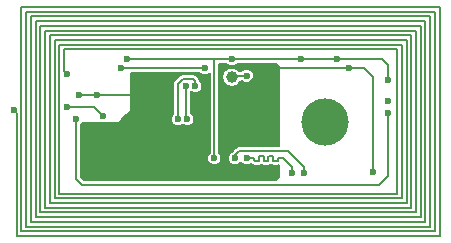
<source format=gbr>
G04 #@! TF.GenerationSoftware,KiCad,Pcbnew,5.1.6-c6e7f7d~86~ubuntu20.04.1*
G04 #@! TF.CreationDate,2020-07-01T18:46:00+05:00*
G04 #@! TF.ProjectId,Main,4d61696e-2e6b-4696-9361-645f70636258,rev?*
G04 #@! TF.SameCoordinates,Original*
G04 #@! TF.FileFunction,Copper,L2,Bot*
G04 #@! TF.FilePolarity,Positive*
%FSLAX46Y46*%
G04 Gerber Fmt 4.6, Leading zero omitted, Abs format (unit mm)*
G04 Created by KiCad (PCBNEW 5.1.6-c6e7f7d~86~ubuntu20.04.1) date 2020-07-01 18:46:00*
%MOMM*%
%LPD*%
G01*
G04 APERTURE LIST*
G04 #@! TA.AperFunction,SMDPad,CuDef*
%ADD10C,4.000000*%
G04 #@! TD*
G04 #@! TA.AperFunction,SMDPad,CuDef*
%ADD11C,1.000000*%
G04 #@! TD*
G04 #@! TA.AperFunction,ViaPad*
%ADD12C,0.600000*%
G04 #@! TD*
G04 #@! TA.AperFunction,Conductor*
%ADD13C,0.200000*%
G04 #@! TD*
G04 APERTURE END LIST*
D10*
X163830000Y-101600000D03*
D11*
X155956000Y-97790000D03*
D12*
X141986000Y-97536000D03*
X137541000Y-100584000D03*
X141986000Y-100330000D03*
X145034000Y-101092000D03*
X156210000Y-101092000D03*
X169164000Y-99822000D03*
X159258000Y-98736012D03*
X143002000Y-99314000D03*
X144526000Y-99314000D03*
X153669984Y-104648000D03*
X143764000Y-105410000D03*
X165861980Y-97028000D03*
X159258026Y-97028006D03*
X149605994Y-97790000D03*
X167894000Y-105788990D03*
X164846000Y-96266000D03*
X169163988Y-98044000D03*
X161798000Y-96266000D03*
X154470027Y-104648000D03*
X147066000Y-96266000D03*
X155956000Y-96266000D03*
X169164000Y-100838000D03*
X142748000Y-101346000D03*
X156210000Y-104648000D03*
X162052000Y-105918000D03*
X157226000Y-104648000D03*
X161036000Y-105917996D03*
X152069994Y-98552000D03*
X152184000Y-101345791D03*
X152869997Y-98552000D03*
X151384000Y-101346000D03*
X146558000Y-97028000D03*
X153670000Y-97028000D03*
X157223365Y-97677427D03*
X163830000Y-101600012D03*
D13*
X137750000Y-100838000D02*
X137550000Y-100638000D01*
X137750000Y-111240000D02*
X137750000Y-100838000D01*
X173550000Y-91840000D02*
X173550000Y-111240000D01*
X138150000Y-91840000D02*
X173550000Y-91840000D01*
X138150000Y-110840000D02*
X138150000Y-91840000D01*
X173150000Y-110840000D02*
X138150000Y-110840000D01*
X173150000Y-92240000D02*
X173150000Y-110840000D01*
X138550000Y-92240000D02*
X173150000Y-92240000D01*
X138550000Y-110440000D02*
X138550000Y-92240000D01*
X172750000Y-110440000D02*
X138550000Y-110440000D01*
X172750000Y-92640000D02*
X172750000Y-110440000D01*
X139750000Y-93440000D02*
X171950000Y-93440000D01*
X139750000Y-109240000D02*
X139750000Y-93440000D01*
X171550000Y-93840000D02*
X171550000Y-109240000D01*
X140950000Y-94640000D02*
X170750000Y-94640000D01*
X139350000Y-93040000D02*
X172350000Y-93040000D01*
X170350000Y-95040000D02*
X170350000Y-108040000D01*
X170750000Y-108440000D02*
X140550000Y-108440000D01*
X172350000Y-110040000D02*
X138950000Y-110040000D01*
X140150000Y-108840000D02*
X140150000Y-93840000D01*
X141350000Y-95040000D02*
X170350000Y-95040000D01*
X170750000Y-94640000D02*
X170750000Y-108440000D01*
X172350000Y-93040000D02*
X172350000Y-110040000D01*
X171150000Y-108840000D02*
X140150000Y-108840000D01*
X141350000Y-107640000D02*
X141350000Y-95040000D01*
X169950000Y-107640000D02*
X141350000Y-107640000D01*
X169950000Y-95440000D02*
X169950000Y-107640000D01*
X141750000Y-95440000D02*
X169950000Y-95440000D01*
X141750000Y-97300000D02*
X141750000Y-95440000D01*
X173550000Y-111240000D02*
X137750000Y-111240000D01*
X141986000Y-97536000D02*
X141750000Y-97300000D01*
X170350000Y-108040000D02*
X140950000Y-108040000D01*
X171950000Y-109640000D02*
X139350000Y-109640000D01*
X171950000Y-93440000D02*
X171950000Y-109640000D01*
X138950000Y-92640000D02*
X172750000Y-92640000D01*
X140550000Y-94240000D02*
X171150000Y-94240000D01*
X171550000Y-109240000D02*
X139750000Y-109240000D01*
X171150000Y-94240000D02*
X171150000Y-108840000D01*
X138950000Y-110040000D02*
X138950000Y-92640000D01*
X140550000Y-108440000D02*
X140550000Y-94240000D01*
X140150000Y-93840000D02*
X171550000Y-93840000D01*
X140950000Y-108040000D02*
X140950000Y-94640000D01*
X139350000Y-109640000D02*
X139350000Y-93040000D01*
X144272000Y-100330000D02*
X145034000Y-101092000D01*
X141986000Y-100330000D02*
X144272000Y-100330000D01*
X159258032Y-97028000D02*
X159258026Y-97028006D01*
X165861980Y-97028000D02*
X159258032Y-97028000D01*
X167132000Y-97028000D02*
X165861980Y-97028000D01*
X167894000Y-97790000D02*
X167132000Y-97028000D01*
X167894000Y-105788990D02*
X167894000Y-97790000D01*
X143002000Y-99314000D02*
X144526000Y-99314000D01*
X148081994Y-99314000D02*
X149605994Y-97790000D01*
X144526000Y-99314000D02*
X148081994Y-99314000D01*
X154470027Y-104223736D02*
X154470027Y-104648000D01*
X154470027Y-96304027D02*
X154470027Y-104223736D01*
X154431990Y-96265990D02*
X154470027Y-96304027D01*
X154431990Y-96265990D02*
X147066010Y-96265990D01*
X147066010Y-96265990D02*
X147066000Y-96266000D01*
X154431990Y-96265990D02*
X155955990Y-96265990D01*
X155955990Y-96265990D02*
X155956000Y-96266000D01*
X168656000Y-96266000D02*
X155956000Y-96266000D01*
X169164000Y-96774000D02*
X168656000Y-96266000D01*
X169164000Y-98043988D02*
X169164000Y-96774000D01*
X169163988Y-98044000D02*
X169164000Y-98043988D01*
X169164000Y-106172000D02*
X169164000Y-100838000D01*
X168402000Y-106934000D02*
X169164000Y-106172000D01*
X143256000Y-106934000D02*
X168402000Y-106934000D01*
X142748000Y-106426000D02*
X143256000Y-106934000D01*
X142748000Y-101346000D02*
X142748000Y-106426000D01*
X162052000Y-105410000D02*
X162052000Y-105918000D01*
X160689999Y-104047999D02*
X162052000Y-105410000D01*
X156556001Y-104047999D02*
X160689999Y-104047999D01*
X156210000Y-104394000D02*
X156556001Y-104047999D01*
X156210000Y-104648000D02*
X156210000Y-104394000D01*
X161035996Y-105918000D02*
X161036000Y-105917996D01*
X161035996Y-105409996D02*
X161035996Y-105918000D01*
X160274000Y-104648000D02*
X161035996Y-105409996D01*
X159956184Y-104651134D02*
X159984000Y-104648000D01*
X159929764Y-104660378D02*
X159956184Y-104651134D01*
X159761815Y-104894865D02*
X159788235Y-104885621D01*
X159734000Y-104898000D02*
X159761815Y-104894865D01*
X159584000Y-104898000D02*
X159734000Y-104898000D01*
X159529764Y-104885621D02*
X159556184Y-104894865D01*
X159486271Y-104850936D02*
X159506063Y-104870728D01*
X159471378Y-104827235D02*
X159486271Y-104850936D01*
X159462134Y-104800815D02*
X159471378Y-104827235D01*
X159459000Y-104773000D02*
X159462134Y-104800815D01*
X159456492Y-104525748D02*
X159459000Y-104548000D01*
X159862134Y-104745184D02*
X159871378Y-104718764D01*
X159846621Y-104827235D02*
X159855865Y-104800815D01*
X159788235Y-104885621D02*
X159811936Y-104870728D01*
X159449096Y-104504612D02*
X159456492Y-104525748D01*
X159437183Y-104485652D02*
X159449096Y-104504612D01*
X159421348Y-104469817D02*
X159437183Y-104485652D01*
X159402388Y-104457904D02*
X159421348Y-104469817D01*
X159381252Y-104450508D02*
X159402388Y-104457904D01*
X159359000Y-104448000D02*
X159381252Y-104450508D01*
X159159000Y-104448000D02*
X159359000Y-104448000D01*
X159115611Y-104457904D02*
X159136747Y-104450508D01*
X159096651Y-104469817D02*
X159115611Y-104457904D01*
X158296651Y-104469817D02*
X158315611Y-104457904D01*
X159906063Y-104675271D02*
X159929764Y-104660378D01*
X158255865Y-104800815D02*
X158259000Y-104773000D01*
X157761815Y-104651134D02*
X157788235Y-104660378D01*
X158246621Y-104827235D02*
X158255865Y-104800815D01*
X159136747Y-104450508D02*
X159159000Y-104448000D01*
X159068903Y-104504612D02*
X159080816Y-104485652D01*
X158259000Y-104773000D02*
X158259000Y-104548000D01*
X159459000Y-104548000D02*
X159459000Y-104773000D01*
X158280816Y-104485652D02*
X158296651Y-104469817D01*
X157871378Y-104827235D02*
X157886271Y-104850936D01*
X158211936Y-104870728D02*
X158231728Y-104850936D01*
X158188235Y-104885621D02*
X158211936Y-104870728D01*
X158161815Y-104894865D02*
X158188235Y-104885621D01*
X159061507Y-104525748D02*
X159068903Y-104504612D01*
X157984000Y-104898000D02*
X158134000Y-104898000D01*
X159831728Y-104850936D02*
X159846621Y-104827235D01*
X158134000Y-104898000D02*
X158161815Y-104894865D01*
X158686271Y-104850936D02*
X158706063Y-104870728D01*
X157226000Y-104648000D02*
X157734000Y-104648000D01*
X158662134Y-104800815D02*
X158671378Y-104827235D01*
X159059000Y-104548000D02*
X159061507Y-104525748D01*
X158359000Y-104448000D02*
X158559000Y-104448000D01*
X158259000Y-104548000D02*
X158261507Y-104525748D01*
X157855865Y-104745184D02*
X157862134Y-104800815D01*
X159871378Y-104718764D02*
X159886271Y-104695063D01*
X157956184Y-104894865D02*
X157984000Y-104898000D01*
X159811936Y-104870728D02*
X159831728Y-104850936D01*
X158961815Y-104894865D02*
X158988235Y-104885621D01*
X159059000Y-104773000D02*
X159059000Y-104548000D01*
X157734000Y-104648000D02*
X157761815Y-104651134D01*
X157846621Y-104718764D02*
X157855865Y-104745184D01*
X157811936Y-104675271D02*
X157831728Y-104695063D01*
X157831728Y-104695063D02*
X157846621Y-104718764D01*
X158602388Y-104457904D02*
X158621348Y-104469817D01*
X159506063Y-104870728D02*
X159529764Y-104885621D01*
X158988235Y-104885621D02*
X159011936Y-104870728D01*
X159984000Y-104648000D02*
X160274000Y-104648000D01*
X157862134Y-104800815D02*
X157871378Y-104827235D01*
X157906063Y-104870728D02*
X157929764Y-104885621D01*
X157929764Y-104885621D02*
X157956184Y-104894865D01*
X158581252Y-104450508D02*
X158602388Y-104457904D01*
X159556184Y-104894865D02*
X159584000Y-104898000D01*
X158934000Y-104898000D02*
X158961815Y-104894865D01*
X158336747Y-104450508D02*
X158359000Y-104448000D01*
X158559000Y-104448000D02*
X158581252Y-104450508D01*
X159855865Y-104800815D02*
X159862134Y-104745184D01*
X158621348Y-104469817D02*
X158637183Y-104485652D01*
X158315611Y-104457904D02*
X158336747Y-104450508D01*
X158637183Y-104485652D02*
X158649096Y-104504612D01*
X157886271Y-104850936D02*
X157906063Y-104870728D01*
X158656492Y-104525748D02*
X158659000Y-104548000D01*
X158231728Y-104850936D02*
X158246621Y-104827235D01*
X158729764Y-104885621D02*
X158756184Y-104894865D01*
X158659000Y-104548000D02*
X158659000Y-104773000D01*
X158671378Y-104827235D02*
X158686271Y-104850936D01*
X158659000Y-104773000D02*
X158662134Y-104800815D01*
X158261507Y-104525748D02*
X158268903Y-104504612D01*
X158756184Y-104894865D02*
X158784000Y-104898000D01*
X158649096Y-104504612D02*
X158656492Y-104525748D01*
X158784000Y-104898000D02*
X158934000Y-104898000D01*
X159886271Y-104695063D02*
X159906063Y-104675271D01*
X157788235Y-104660378D02*
X157811936Y-104675271D01*
X159055865Y-104800815D02*
X159059000Y-104773000D01*
X158706063Y-104870728D02*
X158729764Y-104885621D01*
X159011936Y-104870728D02*
X159031728Y-104850936D01*
X159031728Y-104850936D02*
X159046621Y-104827235D01*
X158268903Y-104504612D02*
X158280816Y-104485652D01*
X159046621Y-104827235D02*
X159055865Y-104800815D01*
X159080816Y-104485652D02*
X159096651Y-104469817D01*
X152069994Y-101231785D02*
X152184000Y-101345791D01*
X152069994Y-98552000D02*
X152069994Y-101231785D01*
X151781993Y-97951999D02*
X151384000Y-98349992D01*
X152694260Y-97951999D02*
X151781993Y-97951999D01*
X152869997Y-98552000D02*
X152869997Y-98127736D01*
X152869997Y-98127736D02*
X152694260Y-97951999D01*
X151384000Y-98349992D02*
X151384000Y-101346000D01*
X146558000Y-97028000D02*
X153670000Y-97028000D01*
X156068573Y-97677427D02*
X155956000Y-97790000D01*
X157223365Y-97677427D02*
X156068573Y-97677427D01*
G36*
X155573522Y-96732050D02*
G01*
X155671793Y-96797713D01*
X155780986Y-96842942D01*
X155896905Y-96866000D01*
X156015095Y-96866000D01*
X156131014Y-96842942D01*
X156240207Y-96797713D01*
X156338478Y-96732050D01*
X156404528Y-96666000D01*
X159659578Y-96666000D01*
X159920000Y-96926422D01*
X159920000Y-103647999D01*
X156575636Y-103647999D01*
X156556000Y-103646065D01*
X156536364Y-103647999D01*
X156536354Y-103647999D01*
X156477587Y-103653787D01*
X156402187Y-103676659D01*
X156332698Y-103713802D01*
X156332696Y-103713803D01*
X156332697Y-103713803D01*
X156287050Y-103751264D01*
X156287048Y-103751266D01*
X156271790Y-103763788D01*
X156259268Y-103779046D01*
X155941047Y-104097268D01*
X155925790Y-104109789D01*
X155913979Y-104124181D01*
X155827522Y-104181950D01*
X155743950Y-104265522D01*
X155678287Y-104363793D01*
X155633058Y-104472986D01*
X155610000Y-104588905D01*
X155610000Y-104707095D01*
X155633058Y-104823014D01*
X155678287Y-104932207D01*
X155743950Y-105030478D01*
X155827522Y-105114050D01*
X155925793Y-105179713D01*
X156034986Y-105224942D01*
X156150905Y-105248000D01*
X156269095Y-105248000D01*
X156385014Y-105224942D01*
X156494207Y-105179713D01*
X156592478Y-105114050D01*
X156676050Y-105030478D01*
X156718000Y-104967696D01*
X156759950Y-105030478D01*
X156843522Y-105114050D01*
X156941793Y-105179713D01*
X157050986Y-105224942D01*
X157166905Y-105248000D01*
X157285095Y-105248000D01*
X157401014Y-105224942D01*
X157510207Y-105179713D01*
X157592428Y-105124774D01*
X157594207Y-105127070D01*
X157613323Y-105143676D01*
X157629929Y-105162792D01*
X157656651Y-105183497D01*
X157682761Y-105204924D01*
X157705099Y-105216864D01*
X157725560Y-105231817D01*
X157756198Y-105246045D01*
X157786419Y-105261125D01*
X157810863Y-105267798D01*
X157834114Y-105277814D01*
X157867168Y-105284874D01*
X157900008Y-105292854D01*
X157921130Y-105293743D01*
X157942012Y-105295800D01*
X157958724Y-105297683D01*
X157961536Y-105297723D01*
X157964353Y-105298000D01*
X157981275Y-105298000D01*
X158017770Y-105298513D01*
X158020553Y-105298000D01*
X158097444Y-105298000D01*
X158100232Y-105298514D01*
X158136753Y-105298000D01*
X158153647Y-105298000D01*
X158156464Y-105297723D01*
X158159276Y-105297683D01*
X158175972Y-105295801D01*
X158196858Y-105293744D01*
X158217991Y-105292855D01*
X158250850Y-105284869D01*
X158283887Y-105277814D01*
X158307138Y-105267798D01*
X158331581Y-105261125D01*
X158361795Y-105246048D01*
X158392439Y-105231818D01*
X158412902Y-105216864D01*
X158435238Y-105204925D01*
X158459000Y-105185424D01*
X158482761Y-105204924D01*
X158505099Y-105216864D01*
X158525560Y-105231817D01*
X158556198Y-105246045D01*
X158586419Y-105261125D01*
X158610863Y-105267798D01*
X158634114Y-105277814D01*
X158667168Y-105284874D01*
X158700008Y-105292854D01*
X158721130Y-105293743D01*
X158742012Y-105295800D01*
X158758724Y-105297683D01*
X158761536Y-105297723D01*
X158764353Y-105298000D01*
X158781275Y-105298000D01*
X158817770Y-105298513D01*
X158820553Y-105298000D01*
X158897444Y-105298000D01*
X158900232Y-105298514D01*
X158936753Y-105298000D01*
X158953647Y-105298000D01*
X158956464Y-105297723D01*
X158959276Y-105297683D01*
X158975972Y-105295801D01*
X158996858Y-105293744D01*
X159017991Y-105292855D01*
X159050850Y-105284869D01*
X159083887Y-105277814D01*
X159107138Y-105267798D01*
X159131581Y-105261125D01*
X159161795Y-105246048D01*
X159192439Y-105231818D01*
X159212902Y-105216864D01*
X159235238Y-105204925D01*
X159259000Y-105185424D01*
X159282761Y-105204924D01*
X159305099Y-105216864D01*
X159325560Y-105231817D01*
X159356198Y-105246045D01*
X159386419Y-105261125D01*
X159410863Y-105267798D01*
X159434114Y-105277814D01*
X159467168Y-105284874D01*
X159500008Y-105292854D01*
X159521130Y-105293743D01*
X159542012Y-105295800D01*
X159558724Y-105297683D01*
X159561536Y-105297723D01*
X159564353Y-105298000D01*
X159581275Y-105298000D01*
X159617770Y-105298513D01*
X159620553Y-105298000D01*
X159697444Y-105298000D01*
X159700232Y-105298514D01*
X159736753Y-105298000D01*
X159753647Y-105298000D01*
X159756464Y-105297723D01*
X159759276Y-105297683D01*
X159775972Y-105295801D01*
X159796858Y-105293744D01*
X159817991Y-105292855D01*
X159850850Y-105284869D01*
X159883887Y-105277814D01*
X159907138Y-105267798D01*
X159920000Y-105264287D01*
X159920000Y-106273578D01*
X159659578Y-106534000D01*
X143421685Y-106534000D01*
X143148000Y-106260315D01*
X143148000Y-101833422D01*
X143281422Y-101700000D01*
X146320000Y-101700000D01*
X146339509Y-101698079D01*
X146358268Y-101692388D01*
X146375557Y-101683147D01*
X146390711Y-101670711D01*
X146774517Y-101286905D01*
X150784000Y-101286905D01*
X150784000Y-101405095D01*
X150807058Y-101521014D01*
X150852287Y-101630207D01*
X150917950Y-101728478D01*
X151001522Y-101812050D01*
X151099793Y-101877713D01*
X151208986Y-101922942D01*
X151324905Y-101946000D01*
X151443095Y-101946000D01*
X151559014Y-101922942D01*
X151668207Y-101877713D01*
X151766478Y-101812050D01*
X151784105Y-101794424D01*
X151801522Y-101811841D01*
X151899793Y-101877504D01*
X152008986Y-101922733D01*
X152124905Y-101945791D01*
X152243095Y-101945791D01*
X152359014Y-101922733D01*
X152468207Y-101877504D01*
X152566478Y-101811841D01*
X152650050Y-101728269D01*
X152715713Y-101629998D01*
X152760942Y-101520805D01*
X152784000Y-101404886D01*
X152784000Y-101286696D01*
X152760942Y-101170777D01*
X152715713Y-101061584D01*
X152650050Y-100963313D01*
X152566478Y-100879741D01*
X152469994Y-100815272D01*
X152469994Y-99000528D01*
X152469996Y-99000527D01*
X152487519Y-99018050D01*
X152585790Y-99083713D01*
X152694983Y-99128942D01*
X152810902Y-99152000D01*
X152929092Y-99152000D01*
X153045011Y-99128942D01*
X153154204Y-99083713D01*
X153252475Y-99018050D01*
X153336047Y-98934478D01*
X153401710Y-98836207D01*
X153446939Y-98727014D01*
X153469997Y-98611095D01*
X153469997Y-98492905D01*
X153446939Y-98376986D01*
X153401710Y-98267793D01*
X153336047Y-98169522D01*
X153269493Y-98102968D01*
X153267817Y-98085950D01*
X153264209Y-98049322D01*
X153241337Y-97973922D01*
X153204194Y-97904433D01*
X153154208Y-97843525D01*
X153138940Y-97830995D01*
X152990998Y-97683052D01*
X152978471Y-97667788D01*
X152917563Y-97617802D01*
X152848074Y-97580659D01*
X152772674Y-97557787D01*
X152713907Y-97551999D01*
X152713906Y-97551999D01*
X152694260Y-97550064D01*
X152674614Y-97551999D01*
X151801628Y-97551999D01*
X151781992Y-97550065D01*
X151762356Y-97551999D01*
X151762346Y-97551999D01*
X151703579Y-97557787D01*
X151628179Y-97580659D01*
X151558690Y-97617802D01*
X151546264Y-97628000D01*
X151513042Y-97655264D01*
X151513040Y-97655266D01*
X151497782Y-97667788D01*
X151485260Y-97683046D01*
X151115052Y-98053255D01*
X151099789Y-98065781D01*
X151049803Y-98126690D01*
X151012660Y-98196179D01*
X151005146Y-98220950D01*
X150989788Y-98271579D01*
X150982065Y-98349992D01*
X150984000Y-98369639D01*
X150984001Y-100897471D01*
X150917950Y-100963522D01*
X150852287Y-101061793D01*
X150807058Y-101170986D01*
X150784000Y-101286905D01*
X146774517Y-101286905D01*
X147390711Y-100670711D01*
X147403147Y-100655557D01*
X147412388Y-100638268D01*
X147418079Y-100619509D01*
X147420000Y-100600000D01*
X147420000Y-97428000D01*
X153221472Y-97428000D01*
X153287522Y-97494050D01*
X153385793Y-97559713D01*
X153494986Y-97604942D01*
X153610905Y-97628000D01*
X153729095Y-97628000D01*
X153845014Y-97604942D01*
X153954207Y-97559713D01*
X154052478Y-97494050D01*
X154070027Y-97476501D01*
X154070028Y-104199471D01*
X154003977Y-104265522D01*
X153938314Y-104363793D01*
X153893085Y-104472986D01*
X153870027Y-104588905D01*
X153870027Y-104707095D01*
X153893085Y-104823014D01*
X153938314Y-104932207D01*
X154003977Y-105030478D01*
X154087549Y-105114050D01*
X154185820Y-105179713D01*
X154295013Y-105224942D01*
X154410932Y-105248000D01*
X154529122Y-105248000D01*
X154645041Y-105224942D01*
X154754234Y-105179713D01*
X154852505Y-105114050D01*
X154936077Y-105030478D01*
X155001740Y-104932207D01*
X155046969Y-104823014D01*
X155070027Y-104707095D01*
X155070027Y-104588905D01*
X155046969Y-104472986D01*
X155001740Y-104363793D01*
X154936077Y-104265522D01*
X154870027Y-104199472D01*
X154870027Y-97711207D01*
X155156000Y-97711207D01*
X155156000Y-97868793D01*
X155186743Y-98023351D01*
X155247049Y-98168942D01*
X155334599Y-98299970D01*
X155446030Y-98411401D01*
X155577058Y-98498951D01*
X155722649Y-98559257D01*
X155877207Y-98590000D01*
X156034793Y-98590000D01*
X156189351Y-98559257D01*
X156334942Y-98498951D01*
X156465970Y-98411401D01*
X156577401Y-98299970D01*
X156664951Y-98168942D01*
X156702858Y-98077427D01*
X156774837Y-98077427D01*
X156840887Y-98143477D01*
X156939158Y-98209140D01*
X157048351Y-98254369D01*
X157164270Y-98277427D01*
X157282460Y-98277427D01*
X157398379Y-98254369D01*
X157507572Y-98209140D01*
X157605843Y-98143477D01*
X157689415Y-98059905D01*
X157755078Y-97961634D01*
X157800307Y-97852441D01*
X157823365Y-97736522D01*
X157823365Y-97618332D01*
X157800307Y-97502413D01*
X157755078Y-97393220D01*
X157689415Y-97294949D01*
X157605843Y-97211377D01*
X157507572Y-97145714D01*
X157398379Y-97100485D01*
X157282460Y-97077427D01*
X157164270Y-97077427D01*
X157048351Y-97100485D01*
X156939158Y-97145714D01*
X156840887Y-97211377D01*
X156774837Y-97277427D01*
X156574798Y-97277427D01*
X156465970Y-97168599D01*
X156334942Y-97081049D01*
X156189351Y-97020743D01*
X156034793Y-96990000D01*
X155877207Y-96990000D01*
X155722649Y-97020743D01*
X155577058Y-97081049D01*
X155446030Y-97168599D01*
X155334599Y-97280030D01*
X155247049Y-97411058D01*
X155186743Y-97556649D01*
X155156000Y-97711207D01*
X154870027Y-97711207D01*
X154870027Y-96665990D01*
X155507462Y-96665990D01*
X155573522Y-96732050D01*
G37*
X155573522Y-96732050D02*
X155671793Y-96797713D01*
X155780986Y-96842942D01*
X155896905Y-96866000D01*
X156015095Y-96866000D01*
X156131014Y-96842942D01*
X156240207Y-96797713D01*
X156338478Y-96732050D01*
X156404528Y-96666000D01*
X159659578Y-96666000D01*
X159920000Y-96926422D01*
X159920000Y-103647999D01*
X156575636Y-103647999D01*
X156556000Y-103646065D01*
X156536364Y-103647999D01*
X156536354Y-103647999D01*
X156477587Y-103653787D01*
X156402187Y-103676659D01*
X156332698Y-103713802D01*
X156332696Y-103713803D01*
X156332697Y-103713803D01*
X156287050Y-103751264D01*
X156287048Y-103751266D01*
X156271790Y-103763788D01*
X156259268Y-103779046D01*
X155941047Y-104097268D01*
X155925790Y-104109789D01*
X155913979Y-104124181D01*
X155827522Y-104181950D01*
X155743950Y-104265522D01*
X155678287Y-104363793D01*
X155633058Y-104472986D01*
X155610000Y-104588905D01*
X155610000Y-104707095D01*
X155633058Y-104823014D01*
X155678287Y-104932207D01*
X155743950Y-105030478D01*
X155827522Y-105114050D01*
X155925793Y-105179713D01*
X156034986Y-105224942D01*
X156150905Y-105248000D01*
X156269095Y-105248000D01*
X156385014Y-105224942D01*
X156494207Y-105179713D01*
X156592478Y-105114050D01*
X156676050Y-105030478D01*
X156718000Y-104967696D01*
X156759950Y-105030478D01*
X156843522Y-105114050D01*
X156941793Y-105179713D01*
X157050986Y-105224942D01*
X157166905Y-105248000D01*
X157285095Y-105248000D01*
X157401014Y-105224942D01*
X157510207Y-105179713D01*
X157592428Y-105124774D01*
X157594207Y-105127070D01*
X157613323Y-105143676D01*
X157629929Y-105162792D01*
X157656651Y-105183497D01*
X157682761Y-105204924D01*
X157705099Y-105216864D01*
X157725560Y-105231817D01*
X157756198Y-105246045D01*
X157786419Y-105261125D01*
X157810863Y-105267798D01*
X157834114Y-105277814D01*
X157867168Y-105284874D01*
X157900008Y-105292854D01*
X157921130Y-105293743D01*
X157942012Y-105295800D01*
X157958724Y-105297683D01*
X157961536Y-105297723D01*
X157964353Y-105298000D01*
X157981275Y-105298000D01*
X158017770Y-105298513D01*
X158020553Y-105298000D01*
X158097444Y-105298000D01*
X158100232Y-105298514D01*
X158136753Y-105298000D01*
X158153647Y-105298000D01*
X158156464Y-105297723D01*
X158159276Y-105297683D01*
X158175972Y-105295801D01*
X158196858Y-105293744D01*
X158217991Y-105292855D01*
X158250850Y-105284869D01*
X158283887Y-105277814D01*
X158307138Y-105267798D01*
X158331581Y-105261125D01*
X158361795Y-105246048D01*
X158392439Y-105231818D01*
X158412902Y-105216864D01*
X158435238Y-105204925D01*
X158459000Y-105185424D01*
X158482761Y-105204924D01*
X158505099Y-105216864D01*
X158525560Y-105231817D01*
X158556198Y-105246045D01*
X158586419Y-105261125D01*
X158610863Y-105267798D01*
X158634114Y-105277814D01*
X158667168Y-105284874D01*
X158700008Y-105292854D01*
X158721130Y-105293743D01*
X158742012Y-105295800D01*
X158758724Y-105297683D01*
X158761536Y-105297723D01*
X158764353Y-105298000D01*
X158781275Y-105298000D01*
X158817770Y-105298513D01*
X158820553Y-105298000D01*
X158897444Y-105298000D01*
X158900232Y-105298514D01*
X158936753Y-105298000D01*
X158953647Y-105298000D01*
X158956464Y-105297723D01*
X158959276Y-105297683D01*
X158975972Y-105295801D01*
X158996858Y-105293744D01*
X159017991Y-105292855D01*
X159050850Y-105284869D01*
X159083887Y-105277814D01*
X159107138Y-105267798D01*
X159131581Y-105261125D01*
X159161795Y-105246048D01*
X159192439Y-105231818D01*
X159212902Y-105216864D01*
X159235238Y-105204925D01*
X159259000Y-105185424D01*
X159282761Y-105204924D01*
X159305099Y-105216864D01*
X159325560Y-105231817D01*
X159356198Y-105246045D01*
X159386419Y-105261125D01*
X159410863Y-105267798D01*
X159434114Y-105277814D01*
X159467168Y-105284874D01*
X159500008Y-105292854D01*
X159521130Y-105293743D01*
X159542012Y-105295800D01*
X159558724Y-105297683D01*
X159561536Y-105297723D01*
X159564353Y-105298000D01*
X159581275Y-105298000D01*
X159617770Y-105298513D01*
X159620553Y-105298000D01*
X159697444Y-105298000D01*
X159700232Y-105298514D01*
X159736753Y-105298000D01*
X159753647Y-105298000D01*
X159756464Y-105297723D01*
X159759276Y-105297683D01*
X159775972Y-105295801D01*
X159796858Y-105293744D01*
X159817991Y-105292855D01*
X159850850Y-105284869D01*
X159883887Y-105277814D01*
X159907138Y-105267798D01*
X159920000Y-105264287D01*
X159920000Y-106273578D01*
X159659578Y-106534000D01*
X143421685Y-106534000D01*
X143148000Y-106260315D01*
X143148000Y-101833422D01*
X143281422Y-101700000D01*
X146320000Y-101700000D01*
X146339509Y-101698079D01*
X146358268Y-101692388D01*
X146375557Y-101683147D01*
X146390711Y-101670711D01*
X146774517Y-101286905D01*
X150784000Y-101286905D01*
X150784000Y-101405095D01*
X150807058Y-101521014D01*
X150852287Y-101630207D01*
X150917950Y-101728478D01*
X151001522Y-101812050D01*
X151099793Y-101877713D01*
X151208986Y-101922942D01*
X151324905Y-101946000D01*
X151443095Y-101946000D01*
X151559014Y-101922942D01*
X151668207Y-101877713D01*
X151766478Y-101812050D01*
X151784105Y-101794424D01*
X151801522Y-101811841D01*
X151899793Y-101877504D01*
X152008986Y-101922733D01*
X152124905Y-101945791D01*
X152243095Y-101945791D01*
X152359014Y-101922733D01*
X152468207Y-101877504D01*
X152566478Y-101811841D01*
X152650050Y-101728269D01*
X152715713Y-101629998D01*
X152760942Y-101520805D01*
X152784000Y-101404886D01*
X152784000Y-101286696D01*
X152760942Y-101170777D01*
X152715713Y-101061584D01*
X152650050Y-100963313D01*
X152566478Y-100879741D01*
X152469994Y-100815272D01*
X152469994Y-99000528D01*
X152469996Y-99000527D01*
X152487519Y-99018050D01*
X152585790Y-99083713D01*
X152694983Y-99128942D01*
X152810902Y-99152000D01*
X152929092Y-99152000D01*
X153045011Y-99128942D01*
X153154204Y-99083713D01*
X153252475Y-99018050D01*
X153336047Y-98934478D01*
X153401710Y-98836207D01*
X153446939Y-98727014D01*
X153469997Y-98611095D01*
X153469997Y-98492905D01*
X153446939Y-98376986D01*
X153401710Y-98267793D01*
X153336047Y-98169522D01*
X153269493Y-98102968D01*
X153267817Y-98085950D01*
X153264209Y-98049322D01*
X153241337Y-97973922D01*
X153204194Y-97904433D01*
X153154208Y-97843525D01*
X153138940Y-97830995D01*
X152990998Y-97683052D01*
X152978471Y-97667788D01*
X152917563Y-97617802D01*
X152848074Y-97580659D01*
X152772674Y-97557787D01*
X152713907Y-97551999D01*
X152713906Y-97551999D01*
X152694260Y-97550064D01*
X152674614Y-97551999D01*
X151801628Y-97551999D01*
X151781992Y-97550065D01*
X151762356Y-97551999D01*
X151762346Y-97551999D01*
X151703579Y-97557787D01*
X151628179Y-97580659D01*
X151558690Y-97617802D01*
X151546264Y-97628000D01*
X151513042Y-97655264D01*
X151513040Y-97655266D01*
X151497782Y-97667788D01*
X151485260Y-97683046D01*
X151115052Y-98053255D01*
X151099789Y-98065781D01*
X151049803Y-98126690D01*
X151012660Y-98196179D01*
X151005146Y-98220950D01*
X150989788Y-98271579D01*
X150982065Y-98349992D01*
X150984000Y-98369639D01*
X150984001Y-100897471D01*
X150917950Y-100963522D01*
X150852287Y-101061793D01*
X150807058Y-101170986D01*
X150784000Y-101286905D01*
X146774517Y-101286905D01*
X147390711Y-100670711D01*
X147403147Y-100655557D01*
X147412388Y-100638268D01*
X147418079Y-100619509D01*
X147420000Y-100600000D01*
X147420000Y-97428000D01*
X153221472Y-97428000D01*
X153287522Y-97494050D01*
X153385793Y-97559713D01*
X153494986Y-97604942D01*
X153610905Y-97628000D01*
X153729095Y-97628000D01*
X153845014Y-97604942D01*
X153954207Y-97559713D01*
X154052478Y-97494050D01*
X154070027Y-97476501D01*
X154070028Y-104199471D01*
X154003977Y-104265522D01*
X153938314Y-104363793D01*
X153893085Y-104472986D01*
X153870027Y-104588905D01*
X153870027Y-104707095D01*
X153893085Y-104823014D01*
X153938314Y-104932207D01*
X154003977Y-105030478D01*
X154087549Y-105114050D01*
X154185820Y-105179713D01*
X154295013Y-105224942D01*
X154410932Y-105248000D01*
X154529122Y-105248000D01*
X154645041Y-105224942D01*
X154754234Y-105179713D01*
X154852505Y-105114050D01*
X154936077Y-105030478D01*
X155001740Y-104932207D01*
X155046969Y-104823014D01*
X155070027Y-104707095D01*
X155070027Y-104588905D01*
X155046969Y-104472986D01*
X155001740Y-104363793D01*
X154936077Y-104265522D01*
X154870027Y-104199472D01*
X154870027Y-97711207D01*
X155156000Y-97711207D01*
X155156000Y-97868793D01*
X155186743Y-98023351D01*
X155247049Y-98168942D01*
X155334599Y-98299970D01*
X155446030Y-98411401D01*
X155577058Y-98498951D01*
X155722649Y-98559257D01*
X155877207Y-98590000D01*
X156034793Y-98590000D01*
X156189351Y-98559257D01*
X156334942Y-98498951D01*
X156465970Y-98411401D01*
X156577401Y-98299970D01*
X156664951Y-98168942D01*
X156702858Y-98077427D01*
X156774837Y-98077427D01*
X156840887Y-98143477D01*
X156939158Y-98209140D01*
X157048351Y-98254369D01*
X157164270Y-98277427D01*
X157282460Y-98277427D01*
X157398379Y-98254369D01*
X157507572Y-98209140D01*
X157605843Y-98143477D01*
X157689415Y-98059905D01*
X157755078Y-97961634D01*
X157800307Y-97852441D01*
X157823365Y-97736522D01*
X157823365Y-97618332D01*
X157800307Y-97502413D01*
X157755078Y-97393220D01*
X157689415Y-97294949D01*
X157605843Y-97211377D01*
X157507572Y-97145714D01*
X157398379Y-97100485D01*
X157282460Y-97077427D01*
X157164270Y-97077427D01*
X157048351Y-97100485D01*
X156939158Y-97145714D01*
X156840887Y-97211377D01*
X156774837Y-97277427D01*
X156574798Y-97277427D01*
X156465970Y-97168599D01*
X156334942Y-97081049D01*
X156189351Y-97020743D01*
X156034793Y-96990000D01*
X155877207Y-96990000D01*
X155722649Y-97020743D01*
X155577058Y-97081049D01*
X155446030Y-97168599D01*
X155334599Y-97280030D01*
X155247049Y-97411058D01*
X155186743Y-97556649D01*
X155156000Y-97711207D01*
X154870027Y-97711207D01*
X154870027Y-96665990D01*
X155507462Y-96665990D01*
X155573522Y-96732050D01*
M02*

</source>
